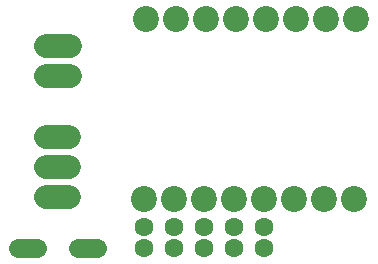
<source format=gbr>
%FSLAX34Y34*%
%MOMM*%
%LNCOPPER_TOP*%
G71*
G01*
%ADD10C,2.200*%
%ADD11C,2.000*%
%ADD12C,1.600*%
%ADD13C,1.600*%
%LPD*%
X328491Y207471D02*
G54D10*
D03*
X303091Y207449D02*
G54D10*
D03*
X277691Y207427D02*
G54D10*
D03*
X226891Y207382D02*
G54D10*
D03*
X201492Y207360D02*
G54D10*
D03*
X176091Y207338D02*
G54D10*
D03*
X150692Y207316D02*
G54D10*
D03*
X252292Y207404D02*
G54D10*
D03*
X327294Y55076D02*
G54D10*
D03*
X301894Y55054D02*
G54D10*
D03*
X276495Y55031D02*
G54D10*
D03*
X225695Y54987D02*
G54D10*
D03*
X200294Y54964D02*
G54D10*
D03*
X174894Y54943D02*
G54D10*
D03*
X149494Y54921D02*
G54D10*
D03*
X251095Y55009D02*
G54D10*
D03*
G54D11*
X66200Y158750D02*
X86200Y158750D01*
G54D11*
X66200Y184150D02*
X86200Y184150D01*
G54D11*
X65800Y56469D02*
X85800Y56469D01*
G54D11*
X65800Y81869D02*
X85800Y81869D01*
G54D11*
X65800Y107269D02*
X85800Y107269D01*
G54D12*
X42800Y13494D02*
X58800Y13494D01*
G54D12*
X93600Y13097D02*
X109600Y13097D01*
X225298Y13315D02*
G54D13*
D03*
X199897Y13293D02*
G54D13*
D03*
X174498Y13271D02*
G54D13*
D03*
X149098Y13249D02*
G54D13*
D03*
X250698Y13337D02*
G54D13*
D03*
X225695Y31175D02*
G54D13*
D03*
X200294Y31152D02*
G54D13*
D03*
X174894Y31130D02*
G54D13*
D03*
X149494Y31108D02*
G54D13*
D03*
X251095Y31197D02*
G54D13*
D03*
M02*

</source>
